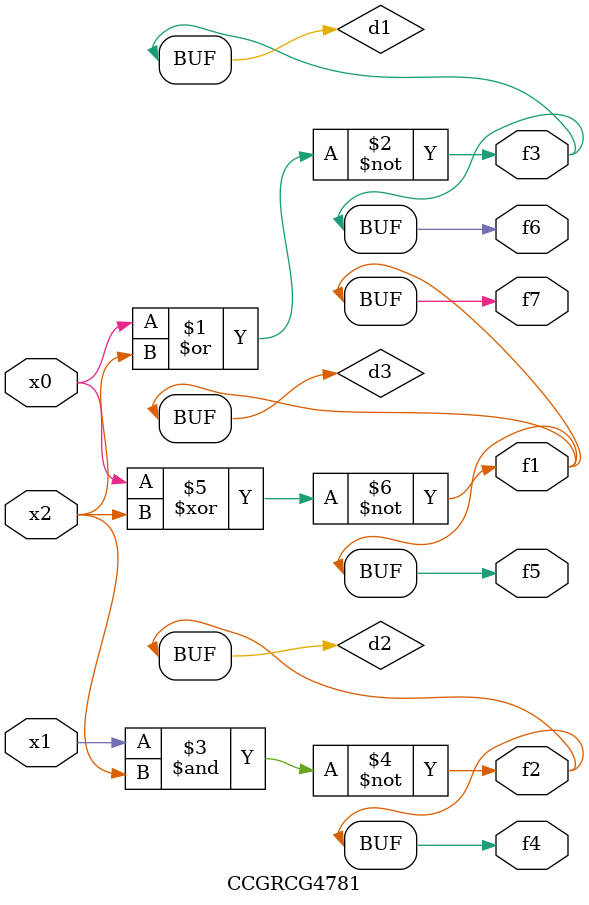
<source format=v>
module CCGRCG4781(
	input x0, x1, x2,
	output f1, f2, f3, f4, f5, f6, f7
);

	wire d1, d2, d3;

	nor (d1, x0, x2);
	nand (d2, x1, x2);
	xnor (d3, x0, x2);
	assign f1 = d3;
	assign f2 = d2;
	assign f3 = d1;
	assign f4 = d2;
	assign f5 = d3;
	assign f6 = d1;
	assign f7 = d3;
endmodule

</source>
